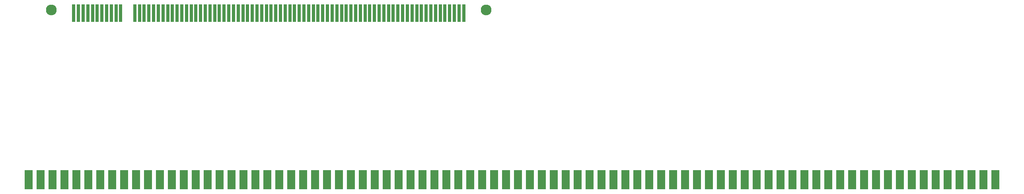
<source format=gts>
%TF.GenerationSoftware,KiCad,Pcbnew,5.1.6*%
%TF.CreationDate,2020-09-14T21:31:35+02:00*%
%TF.ProjectId,PCIe-pin-header-adapter,50434965-2d70-4696-9e2d-686561646572,rev?*%
%TF.SameCoordinates,Original*%
%TF.FileFunction,Soldermask,Top*%
%TF.FilePolarity,Negative*%
%FSLAX46Y46*%
G04 Gerber Fmt 4.6, Leading zero omitted, Abs format (unit mm)*
G04 Created by KiCad (PCBNEW 5.1.6) date 2020-09-14 21:31:35*
%MOMM*%
%LPD*%
G01*
G04 APERTURE LIST*
%ADD10R,0.800000X3.700000*%
%ADD11C,2.300000*%
%ADD12R,1.800000X4.100000*%
G04 APERTURE END LIST*
D10*
%TO.C,J4*%
X107840000Y-83900000D03*
X106840000Y-83900000D03*
X105840000Y-83900000D03*
X104840000Y-83900000D03*
X103840000Y-83900000D03*
X102840000Y-83900000D03*
X101840000Y-83900000D03*
X100840000Y-83900000D03*
X99840000Y-83900000D03*
X98840000Y-83900000D03*
X97840000Y-83900000D03*
X96840000Y-83900000D03*
X95840000Y-83900000D03*
X94840000Y-83900000D03*
X93840000Y-83900000D03*
X92840000Y-83900000D03*
X91840000Y-83900000D03*
X90840000Y-83900000D03*
X89840000Y-83900000D03*
X88840000Y-83900000D03*
X87840000Y-83900000D03*
X86840000Y-83900000D03*
X85840000Y-83900000D03*
X84840000Y-83900000D03*
X83840000Y-83900000D03*
X82840000Y-83900000D03*
X81840000Y-83900000D03*
X80840000Y-83900000D03*
X79840000Y-83900000D03*
X78840000Y-83900000D03*
X77840000Y-83900000D03*
X76840000Y-83900000D03*
X75840000Y-83900000D03*
X74840000Y-83900000D03*
X73840000Y-83900000D03*
X72840000Y-83900000D03*
X71840000Y-83900000D03*
X70840000Y-83900000D03*
X69840000Y-83900000D03*
X68840000Y-83900000D03*
X67840000Y-83900000D03*
X66840000Y-83900000D03*
X65840000Y-83900000D03*
X64840000Y-83900000D03*
X63840000Y-83900000D03*
X62840000Y-83900000D03*
X61840000Y-83900000D03*
X60840000Y-83900000D03*
X59840000Y-83900000D03*
X58840000Y-83900000D03*
X57840000Y-83900000D03*
X56840000Y-83900000D03*
X55840000Y-83900000D03*
X54840000Y-83900000D03*
X53840000Y-83900000D03*
X52840000Y-83900000D03*
X51840000Y-83900000D03*
X50840000Y-83900000D03*
X49840000Y-83900000D03*
X48840000Y-83900000D03*
X47840000Y-83900000D03*
X46840000Y-83900000D03*
X45840000Y-83900000D03*
X44840000Y-83900000D03*
X43840000Y-83900000D03*
X42840000Y-83900000D03*
X41840000Y-83900000D03*
X40840000Y-83900000D03*
X39840000Y-83900000D03*
X38840000Y-83900000D03*
X37840000Y-83900000D03*
X34840000Y-83900000D03*
X33840000Y-83900000D03*
X32840000Y-83900000D03*
X31840000Y-83900000D03*
X30840000Y-83900000D03*
X29840000Y-83900000D03*
X28840000Y-83900000D03*
X27840000Y-83900000D03*
X26840000Y-83900000D03*
X25840000Y-83900000D03*
X24840000Y-83900000D03*
D11*
X20040000Y-83200000D03*
X112640000Y-83200000D03*
%TD*%
D12*
%TO.C,J3*%
X218440000Y-119380000D03*
X220980000Y-119380000D03*
%TD*%
%TO.C,J2*%
X116840000Y-119380000D03*
X119380000Y-119380000D03*
X121920000Y-119380000D03*
X124460000Y-119380000D03*
X127000000Y-119380000D03*
X129540000Y-119380000D03*
X132080000Y-119380000D03*
X134620000Y-119380000D03*
X137160000Y-119380000D03*
X139700000Y-119380000D03*
X142240000Y-119380000D03*
X144780000Y-119380000D03*
X147320000Y-119380000D03*
X149860000Y-119380000D03*
X152400000Y-119380000D03*
X154940000Y-119380000D03*
X157480000Y-119380000D03*
X160020000Y-119380000D03*
X162560000Y-119380000D03*
X165100000Y-119380000D03*
X167640000Y-119380000D03*
X170180000Y-119380000D03*
X172720000Y-119380000D03*
X175260000Y-119380000D03*
X177800000Y-119380000D03*
X180340000Y-119380000D03*
X182880000Y-119380000D03*
X185420000Y-119380000D03*
X187960000Y-119380000D03*
X190500000Y-119380000D03*
X193040000Y-119380000D03*
X195580000Y-119380000D03*
X198120000Y-119380000D03*
X200660000Y-119380000D03*
X203200000Y-119380000D03*
X205740000Y-119380000D03*
X208280000Y-119380000D03*
X210820000Y-119380000D03*
X213360000Y-119380000D03*
X215900000Y-119380000D03*
%TD*%
%TO.C,J1*%
X15240000Y-119380000D03*
X17780000Y-119380000D03*
X20320000Y-119380000D03*
X22860000Y-119380000D03*
X25400000Y-119380000D03*
X27940000Y-119380000D03*
X30480000Y-119380000D03*
X33020000Y-119380000D03*
X35560000Y-119380000D03*
X38100000Y-119380000D03*
X40640000Y-119380000D03*
X43180000Y-119380000D03*
X45720000Y-119380000D03*
X48260000Y-119380000D03*
X50800000Y-119380000D03*
X53340000Y-119380000D03*
X55880000Y-119380000D03*
X58420000Y-119380000D03*
X60960000Y-119380000D03*
X63500000Y-119380000D03*
X66040000Y-119380000D03*
X68580000Y-119380000D03*
X71120000Y-119380000D03*
X73660000Y-119380000D03*
X76200000Y-119380000D03*
X78740000Y-119380000D03*
X81280000Y-119380000D03*
X83820000Y-119380000D03*
X86360000Y-119380000D03*
X88900000Y-119380000D03*
X91440000Y-119380000D03*
X93980000Y-119380000D03*
X96520000Y-119380000D03*
X99060000Y-119380000D03*
X101600000Y-119380000D03*
X104140000Y-119380000D03*
X106680000Y-119380000D03*
X109220000Y-119380000D03*
X111760000Y-119380000D03*
X114300000Y-119380000D03*
%TD*%
M02*

</source>
